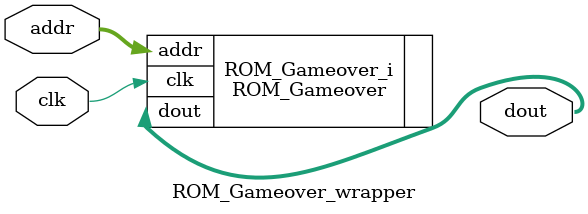
<source format=v>
`timescale 1 ps / 1 ps

module ROM_Gameover_wrapper
   (addr,
    clk,
    dout);
  input [14:0]addr;
  input clk;
  output [11:0]dout;

  wire [14:0]addr;
  wire clk;
  wire [11:0]dout;

  ROM_Gameover ROM_Gameover_i
       (.addr(addr),
        .clk(clk),
        .dout(dout));
endmodule

</source>
